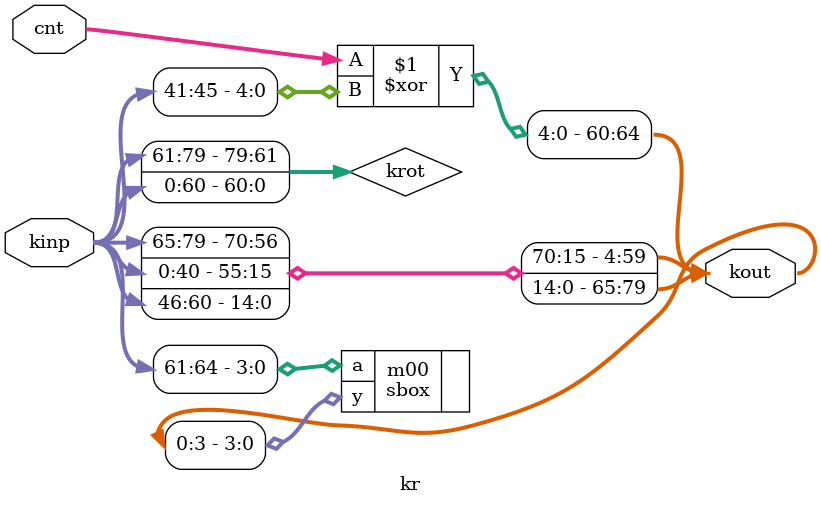
<source format=v>
module  kr  ( kinp , cnt , kout ) ;


input   [0:79]  kinp ;
input   [0:4]   cnt  ;

output  [0:79]  kout ;

wire    [0:79]  krot ;


// Rotate
assign  krot  =  { kinp[61:79] , kinp[0:60] } ;

// Sbox
sbox  m00  ( .a(krot[0:3])  , .y(kout[0:3]) ) ;

// XOR
assign  kout[60:64]  =  cnt  ^  krot[60:64] ;

// Assign rest
assign  kout[4:59]   =  krot[4:59] ;
assign  kout[65:79]  =  krot[65:79] ;


endmodule


</source>
